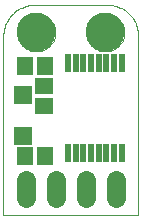
<source format=gts>
G75*
G70*
%OFA0B0*%
%FSLAX24Y24*%
%IPPOS*%
%LPD*%
%AMOC8*
5,1,8,0,0,1.08239X$1,22.5*
%
%ADD10C,0.0000*%
%ADD11C,0.1300*%
%ADD12R,0.0221X0.0603*%
%ADD13R,0.0631X0.0552*%
%ADD14R,0.0552X0.0631*%
%ADD15R,0.0631X0.0631*%
%ADD16C,0.0640*%
D10*
X000907Y000574D02*
X000907Y006524D01*
X000909Y006587D01*
X000915Y006651D01*
X000924Y006713D01*
X000938Y006775D01*
X000955Y006836D01*
X000975Y006896D01*
X001000Y006955D01*
X001027Y007012D01*
X001058Y007067D01*
X001093Y007120D01*
X001130Y007172D01*
X001171Y007220D01*
X001215Y007266D01*
X001261Y007310D01*
X001309Y007351D01*
X001361Y007388D01*
X001414Y007423D01*
X001469Y007454D01*
X001526Y007481D01*
X001585Y007506D01*
X001645Y007526D01*
X001706Y007543D01*
X001768Y007557D01*
X001830Y007566D01*
X001894Y007572D01*
X001957Y007574D01*
X004357Y007574D01*
X003677Y006649D02*
X003679Y006699D01*
X003685Y006749D01*
X003695Y006798D01*
X003709Y006846D01*
X003726Y006893D01*
X003747Y006938D01*
X003772Y006982D01*
X003800Y007023D01*
X003832Y007062D01*
X003866Y007099D01*
X003903Y007133D01*
X003943Y007163D01*
X003985Y007190D01*
X004029Y007214D01*
X004075Y007235D01*
X004122Y007251D01*
X004170Y007264D01*
X004220Y007273D01*
X004269Y007278D01*
X004320Y007279D01*
X004370Y007276D01*
X004419Y007269D01*
X004468Y007258D01*
X004516Y007243D01*
X004562Y007225D01*
X004607Y007203D01*
X004650Y007177D01*
X004691Y007148D01*
X004730Y007116D01*
X004766Y007081D01*
X004798Y007043D01*
X004828Y007003D01*
X004855Y006960D01*
X004878Y006916D01*
X004897Y006870D01*
X004913Y006822D01*
X004925Y006773D01*
X004933Y006724D01*
X004937Y006674D01*
X004937Y006624D01*
X004933Y006574D01*
X004925Y006525D01*
X004913Y006476D01*
X004897Y006428D01*
X004878Y006382D01*
X004855Y006338D01*
X004828Y006295D01*
X004798Y006255D01*
X004766Y006217D01*
X004730Y006182D01*
X004691Y006150D01*
X004650Y006121D01*
X004607Y006095D01*
X004562Y006073D01*
X004516Y006055D01*
X004468Y006040D01*
X004419Y006029D01*
X004370Y006022D01*
X004320Y006019D01*
X004269Y006020D01*
X004220Y006025D01*
X004170Y006034D01*
X004122Y006047D01*
X004075Y006063D01*
X004029Y006084D01*
X003985Y006108D01*
X003943Y006135D01*
X003903Y006165D01*
X003866Y006199D01*
X003832Y006236D01*
X003800Y006275D01*
X003772Y006316D01*
X003747Y006360D01*
X003726Y006405D01*
X003709Y006452D01*
X003695Y006500D01*
X003685Y006549D01*
X003679Y006599D01*
X003677Y006649D01*
X004357Y007574D02*
X004420Y007572D01*
X004484Y007566D01*
X004546Y007557D01*
X004608Y007543D01*
X004669Y007526D01*
X004729Y007506D01*
X004788Y007481D01*
X004845Y007454D01*
X004900Y007423D01*
X004953Y007388D01*
X005005Y007351D01*
X005053Y007310D01*
X005099Y007266D01*
X005143Y007220D01*
X005184Y007172D01*
X005221Y007120D01*
X005256Y007067D01*
X005287Y007012D01*
X005314Y006955D01*
X005339Y006896D01*
X005359Y006836D01*
X005376Y006775D01*
X005390Y006713D01*
X005399Y006651D01*
X005405Y006587D01*
X005407Y006524D01*
X005407Y000574D01*
X000907Y000574D01*
X001377Y006649D02*
X001379Y006699D01*
X001385Y006749D01*
X001395Y006798D01*
X001409Y006846D01*
X001426Y006893D01*
X001447Y006938D01*
X001472Y006982D01*
X001500Y007023D01*
X001532Y007062D01*
X001566Y007099D01*
X001603Y007133D01*
X001643Y007163D01*
X001685Y007190D01*
X001729Y007214D01*
X001775Y007235D01*
X001822Y007251D01*
X001870Y007264D01*
X001920Y007273D01*
X001969Y007278D01*
X002020Y007279D01*
X002070Y007276D01*
X002119Y007269D01*
X002168Y007258D01*
X002216Y007243D01*
X002262Y007225D01*
X002307Y007203D01*
X002350Y007177D01*
X002391Y007148D01*
X002430Y007116D01*
X002466Y007081D01*
X002498Y007043D01*
X002528Y007003D01*
X002555Y006960D01*
X002578Y006916D01*
X002597Y006870D01*
X002613Y006822D01*
X002625Y006773D01*
X002633Y006724D01*
X002637Y006674D01*
X002637Y006624D01*
X002633Y006574D01*
X002625Y006525D01*
X002613Y006476D01*
X002597Y006428D01*
X002578Y006382D01*
X002555Y006338D01*
X002528Y006295D01*
X002498Y006255D01*
X002466Y006217D01*
X002430Y006182D01*
X002391Y006150D01*
X002350Y006121D01*
X002307Y006095D01*
X002262Y006073D01*
X002216Y006055D01*
X002168Y006040D01*
X002119Y006029D01*
X002070Y006022D01*
X002020Y006019D01*
X001969Y006020D01*
X001920Y006025D01*
X001870Y006034D01*
X001822Y006047D01*
X001775Y006063D01*
X001729Y006084D01*
X001685Y006108D01*
X001643Y006135D01*
X001603Y006165D01*
X001566Y006199D01*
X001532Y006236D01*
X001500Y006275D01*
X001472Y006316D01*
X001447Y006360D01*
X001426Y006405D01*
X001409Y006452D01*
X001395Y006500D01*
X001385Y006549D01*
X001379Y006599D01*
X001377Y006649D01*
D11*
X002007Y006649D03*
X004307Y006649D03*
D12*
X004341Y005618D03*
X004596Y005618D03*
X004852Y005618D03*
X004085Y005618D03*
X003829Y005618D03*
X003573Y005618D03*
X003317Y005618D03*
X003061Y005618D03*
X003061Y002630D03*
X003317Y002630D03*
X003573Y002630D03*
X003829Y002630D03*
X004085Y002630D03*
X004341Y002630D03*
X004596Y002630D03*
X004852Y002630D03*
D13*
X002257Y004189D03*
X002257Y004859D03*
D14*
X002291Y005524D03*
X001622Y005524D03*
X001622Y002524D03*
X002291Y002524D03*
D15*
X001557Y003185D03*
X001557Y004563D03*
D16*
X001657Y001724D02*
X001657Y001124D01*
X002657Y001124D02*
X002657Y001724D01*
X003657Y001724D02*
X003657Y001124D01*
X004657Y001124D02*
X004657Y001724D01*
M02*

</source>
